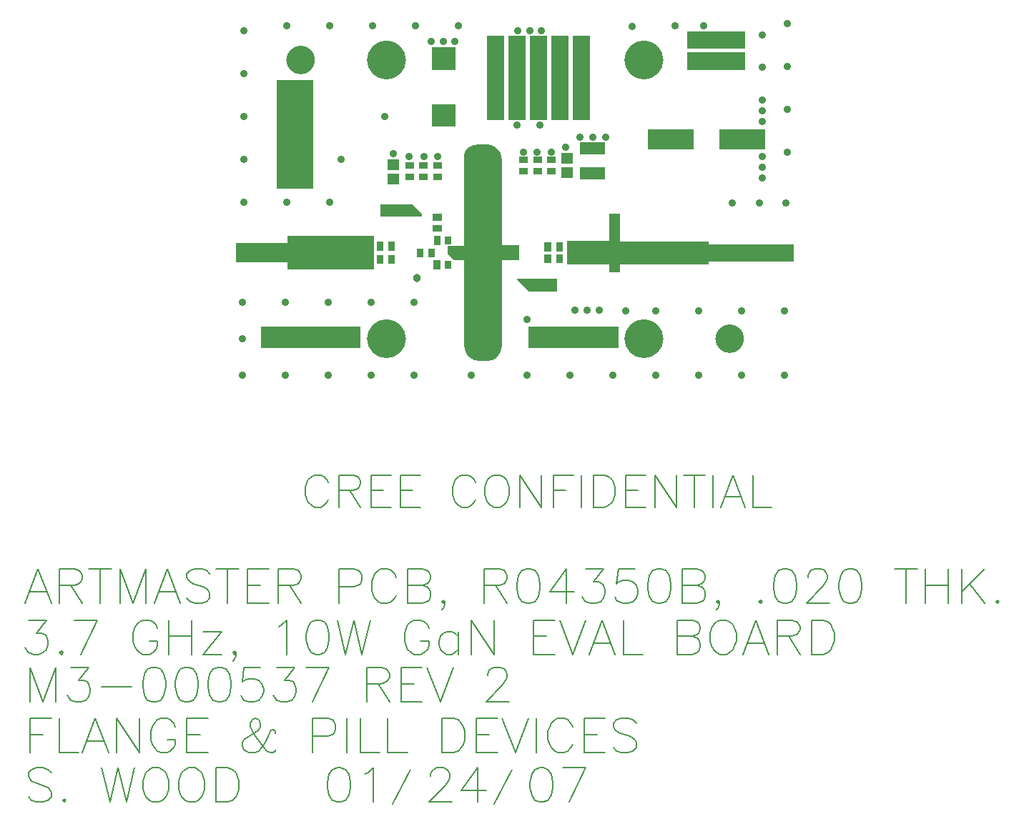
<source format=gbr>
*G04 Output by CAMMaster V9.6.1  PentaLogix LLC*
*G04 Thu Feb 01 18:10:08 2007*
*%FSLAX44Y44*%
%MOIN*%
%IPPOS*%
%ADD10C,0.036*%
%ADD11C,0.038*%
%ADD14C,0.006*%

%LPD*%
G36*G1X21023Y14542D2*X23704D1*Y15372*X21023*Y14542*G37*G36*G1X23704Y15532D2*Y16332D1*X21023*Y15532*X23704*G37*G36*G1X22510Y10840D2*X24650D1*Y11780*X22510*Y10840*G37*G36*G1X16010Y9440D2*X17170D1*Y10010*X16010*Y9440*G37*G36*G1X15670Y9510D2*Y10010D1*X15140*Y9510*X15670*G37*G36*G1X14248Y10194D2*Y10514D1*X13838*Y10194*X14248*G37*G36*G1X14478Y10194D2*X14888D1*Y10514*X14478*Y10194*G37*G36*G1X14248Y9654D2*Y9974D1*X13838*Y9654*X14248*G37*G36*G1X14478Y9654D2*X14888D1*Y9974*X14478*Y9654*G37*G36*G1X13588Y9654D2*Y9974D1*X13178*Y9654*X13588*G37*G36*G1X13588Y10194D2*Y10514D1*X13178*Y10194*X13588*G37*G36*G1X16010Y10590D2*X17170D1*Y11160*X16010*Y10590*G37*G36*G1X15140Y10680D2*Y10180D1*X15670*Y10680*X15140*G37*G36*G1X19200Y10840D2*X21320D1*Y11780*X19200*Y10840*G37*G36*G1X15678Y12213D2*X16478D1*Y16124*X15678*Y12213*G37*G36*G1X14688Y12213D2*X15488D1*Y16124*X14688*Y12213*G37*G36*G1X13688Y12213D2*X14488D1*Y16124*X13688*Y12213*G37*G75*G36*G1X19910Y15000D2*G3X19000Y15910I-910J0D1*X18090Y15000I0J-910*X19000Y14090I910J0*X19910Y15000I0J910*G37*G36*G1X23670Y2000D2*G3X23000Y2670I-670J0D1*X22330Y2000I0J-670*X23000Y1330I670J0*X23670Y2000I0J670*G37*G36*G1X13630Y1570D2*X17810D1*Y2570*X13630*Y1570*G37*G36*G1X14905Y6487D2*Y6077D1*X15225*Y6487*X14905*G37*G36*G1X14905Y5537D2*X15225D1*Y5947*X14905*Y5537*G37*G36*G1X14365Y5947D2*Y5537D1*X14685*Y5947*X14365*G37*G36*G1X14365Y6077D2*X14685D1*Y6487*X14365*Y6077*G37*G36*G1X15430Y5450D2*X17400D1*Y5100*X17900*Y5480*X22010*Y5600*X25980*Y6410*X22010*Y6540*X17900*Y7820*X17400*Y6570*X15430*Y5450*G37*G36*G1X13080Y4750D2*X13630Y4210D1*X14940*Y4810*X13080*Y4750*G37*G36*G1X19910Y2000D2*G3X19000Y2910I-910J0D1*X18090Y2000I0J-910*X19000Y1090I910J0*X19910Y2000I0J910*G37*G36*G1X9840Y5960D2*X10130Y5670D1*X10610*Y6330*X9840*Y5960*G37*G36*G1X9265Y6213D2*X8945D1*Y5803*X9265*Y6213*G37*G36*G1X8725Y6213D2*X8405D1*Y5803*X8725*Y6213*G37*G36*G1X9515Y5243D2*Y5653D1*X9195*Y5243*X9515*G37*G36*G1X9705Y5263D2*X10025D1*Y5623*X9705*Y5263*G37*G36*G1X6855Y5913D2*X6535D1*Y5503*X6855*Y5913*G37*G36*G1X7075Y5503D2*X7395D1*Y5913*X7075*Y5503*G37*G36*G1X6855Y6523D2*X6535D1*Y6113*X6855*Y6523*G37*G36*G1X7075Y6113D2*X7395D1*Y6523*X7075*Y6113*G37*G36*G1X9578Y7514D2*Y7834D1*X9168*Y7514*X9578*G37*G36*G1X9578Y6994D2*Y7314D1*X9168*Y6994*X9578*G37*G36*G1X9525Y6783D2*X9205D1*Y6373*X9525*Y6783*G37*G36*G1X9705Y6393D2*X10025D1*Y6763*X9705*Y6393*G37*G36*G1X6720Y7690D2*X8640D1*Y7820*X8180Y8280*X6720*Y7690*G37*G36*G1X1140Y1570D2*X5770D1*Y2570*X1140*Y1570*G37*G36*G1X2370Y6800D2*Y6460D1*X0*Y5560*X2370*Y5220*X6420*Y6800*X2370*G37*G36*G1X7910Y2000D2*G3X7000Y2910I-910J0D1*X6090Y2000I0J-910*X7000Y1090I910J0*X7910Y2000I0J910*G37*G36*G1X9109Y14534D2*X10209D1*Y15584*X9109*Y14534*G37*G36*G1X9598Y9924D2*Y10244D1*X9188*Y9924*X9598*G37*G36*G1X8518Y10244D2*Y9924D1*X8928*Y10244*X8518*G37*G36*G1X9598Y9384D2*Y9704D1*X9188*Y9384*X9598*G37*G36*G1X8928Y9384D2*Y9704D1*X8518*Y9384*X8928*G37*G36*G1X7888Y9704D2*Y9384D1*X8298*Y9704*X7888*G37*G36*G1X7888Y9924D2*X8298D1*Y10244*X7888*Y9924*G37*G36*G1X7057Y9699D2*Y9199D1*X7587*Y9699*X7057*G37*G36*G1X7057Y10369D2*Y9869D1*X7587*Y10369*X7057*G37*G36*G1X3670Y15000D2*G3X3000Y15670I-670J0D1*X2330Y15000I0J-670*X3000Y14330I670J0*X3670Y15000I0J670*G37*G36*G1X12488Y12213D2*Y16124D1*X11688*Y12213*X12488*G37*G36*G1X9109Y11884D2*X10209D1*Y12934*X9109*Y11884*G37*G36*G1X1880Y9010D2*X3590D1*Y14080*X1880*Y9010*G37*G36*G1X7910Y15000D2*G3X7000Y15910I-910J0D1*X6090Y15000I0J-910*X7000Y14090I910J0*X7910Y15000I0J910*G37*G36*G1X12380Y5650D2*X13190D1*Y6380*X12380*Y5650*G37*G36*G1X13478Y12213D2*Y16124D1*X12678*Y12213*X13478*G37*G36*G1X10620Y10580D2*X10630Y1630D1*X10640Y1580*X10660Y1490*X10710Y1340*X10830Y1150*X10980Y1060*X11100Y1010*X11340Y960*X11640*X11960Y1010*X12180Y1150*X12330Y1410*X12380Y1650*Y10370*X12360Y10460*X12310Y10660*X12220Y10810*X12080Y10940*X11900Y11020*X11670Y11070*X11280*X11040Y11020*X10840Y10940*X10700Y10800*X10620Y10580*G37*D14*G1X12704Y-14928D2*X11638D1*X12400Y-14166*X12552Y-13938*X12628Y-13785*Y-13633*X12552Y-13480*X12476Y-13404*X12324Y-13328*X12019*X11866Y-13404*X11790Y-13480*X11714Y-13633*Y-13709*X10114Y-13328D2*X9504Y-14928D1*X8895Y-13328*X7676Y-14928D2*X8666D1*X7676Y-14090D2*X8285D1*X8666Y-13328D2*X7676D1*Y-14928*X6609Y-14090D2*X7142Y-14928D1*X6076Y-14090D2*X6762D1*X6990Y-14014*X7066Y-13938*X7142Y-13785*Y-13633*X7066Y-13480*X6990Y-13404*X6762Y-13328*X6076*Y-14928*X3257Y-13328D2*X4324D1*X3562Y-14928*X1733Y-14623D2*X1809Y-14776D1*X1885Y-14852*X2114Y-14928*X2342*X2571Y-14852*X2724Y-14699*X2800Y-14471*Y-14318*X2724Y-14090*X2647Y-14014*X2495Y-13938*X2266*X2724Y-13328*X1885*X209Y-14623D2*X285Y-14776D1*X362Y-14852*X590Y-14928*X819*X1047Y-14852*X1200Y-14699*X1276Y-14471*Y-14318*X1200Y-14090*X1047Y-13938*X819Y-13861*X590*X362Y-13938*X285Y-14014*X362Y-13328*X1124*X-858D2*X-705D1*X-476Y-13404*X-324Y-13633*X-248Y-14014*Y-14242*X-324Y-14623*X-476Y-14852*X-705Y-14928*X-858*X-1086Y-14852*X-1238Y-14623*X-1315Y-14242*Y-14014*X-1238Y-13633*X-1086Y-13404*X-858Y-13328*X-2381D2*X-2229D1*X-2000Y-13404*X-1848Y-13633*X-1772Y-14014*Y-14242*X-1848Y-14623*X-2000Y-14852*X-2229Y-14928*X-2381*X-2610Y-14852*X-2762Y-14623*X-2838Y-14242*Y-14014*X-2762Y-13633*X-2610Y-13404*X-2381Y-13328*X-3905D2*X-3753D1*X-3524Y-13404*X-3372Y-13633*X-3296Y-14014*Y-14242*X-3372Y-14623*X-3524Y-14852*X-3753Y-14928*X-3905*X-4134Y-14852*X-4286Y-14623*X-4362Y-14242*Y-14014*X-4286Y-13633*X-4134Y-13404*X-3905Y-13328*X-6267Y-14242D2*X-4896D1*X-7867Y-14623D2*X-7791Y-14776D1*X-7715Y-14852*X-7486Y-14928*X-7257*X-7029Y-14852*X-6876Y-14699*X-6800Y-14471*Y-14318*X-6876Y-14090*X-6953Y-14014*X-7105Y-13938*X-7334*X-6876Y-13328*X-7715*X-8400Y-14928D2*Y-13328D1*X-9010Y-14928*X-9619Y-13328*Y-14928*X17581Y-17077D2*X17733Y-17229D1*X17962Y-17305*X18266*X18495Y-17229*X18647Y-17077*Y-16848*X18571Y-16696*X18495Y-16620*X18342Y-16544*X17885Y-16391*X17733Y-16315*X17657Y-16239*X17581Y-16086*Y-15934*X17733Y-15782*X17962Y-15705*X18266*X18495Y-15782*X18647Y-15934*X16209Y-17305D2*X17200D1*X16209Y-16467D2*X16819D1*X17200Y-15705D2*X16209D1*Y-17305*X15676Y-16924D2*X15600Y-17077D1*X15447Y-17229*X15295Y-17305*X14990*X14838Y-17229*X14685Y-17077*X14609Y-16924*X14533Y-16696*Y-16315*X14609Y-16086*X14685Y-15934*X14838Y-15782*X14990Y-15705*X15295*X15447Y-15782*X15600Y-15934*X15676Y-16086*X14000Y-15705D2*Y-17305D1*X13619Y-15705D2*X13009Y-17305D1*X12400Y-15705*X11181Y-17305D2*X12171D1*X11181Y-16467D2*X11790D1*X12171Y-15705D2*X11181D1*Y-17305*X9581D2*X10114D1*X10342Y-17229*X10495Y-17077*X10571Y-16924*X10647Y-16696*Y-16315*X10571Y-16086*X10495Y-15934*X10342Y-15782*X10114Y-15705*X9581*Y-17305*X7981D2*X7066D1*Y-15705*X6685Y-17305D2*X5771D1*Y-15705*X5162D2*Y-17305D1*X3562Y-16544D2*X4247D1*X4476Y-16467*X4552Y-16391*X4628Y-16239*Y-16010*X4552Y-15858*X4476Y-15782*X4247Y-15705*X3562*Y-17305*X1809Y-17153D2*Y-17229D1*X1733Y-17305*X1581*X1428Y-17229*X1276Y-17077*X895Y-16544*X742Y-16315*X666Y-16086*Y-15934*X742Y-15782*X895Y-15705*X1047Y-15782*X1124Y-15934*Y-16086*X1047Y-16239*X971Y-16315*X438Y-16620*X362Y-16696*X285Y-16848*Y-17001*X362Y-17153*X438Y-17229*X590Y-17305*X895*X1047Y-17229*X1200Y-17077*X1352Y-16848*X1504Y-16467*X1581Y-16315*X1657Y-16239*X1733*X1809Y-16315*Y-16391*X-2305Y-17305D2*X-1315D1*X-2305Y-16467D2*X-1696D1*X-1315Y-15705D2*X-2305D1*Y-17305*X-3219Y-16696D2*X-2838D1*Y-16924*X-2915Y-17077*X-3067Y-17229*X-3219Y-17305*X-3524*X-3676Y-17229*X-3829Y-17077*X-3905Y-16924*X-3981Y-16696*Y-16315*X-3905Y-16086*X-3829Y-15934*X-3676Y-15782*X-3524Y-15705*X-3219*X-3067Y-15782*X-2915Y-15934*X-2838Y-16086*X-4515Y-15705D2*Y-17305D1*X-5581Y-15705*Y-17305*X-6953Y-16772D2*X-6191D1*X-5962Y-17305D2*X-6572Y-15705D1*X-7181Y-17305*X-7334D2*X-8248D1*Y-15705*X-9619Y-16467D2*X-9010D1*X-8629Y-15705D2*X-9619D1*Y-17305*X15219Y-18013D2*X16285D1*X15524Y-19613*X14152Y-18013D2*X14304D1*X14533Y-18089*X14685Y-18317*X14762Y-18698*Y-18927*X14685Y-19308*X14533Y-19536*X14304Y-19613*X14152*X13924Y-19536*X13771Y-19308*X13695Y-18927*Y-18698*X13771Y-18317*X13924Y-18089*X14152Y-18013*X12857Y-18089D2*X12019Y-19689D1*X11257Y-18013D2*Y-19613D1*X11638Y-19079D2*X10495D1*X11257Y-18013*X10038Y-19613D2*X8971D1*X9733Y-18851*X9885Y-18622*X9962Y-18470*Y-18317*X9885Y-18165*X9809Y-18089*X9657Y-18013*X9352*X9200Y-18089*X9124Y-18165*X9047Y-18317*Y-18394*X8133Y-18089D2*X7295Y-19689D1*X6381Y-19613D2*Y-18013D1*X6152Y-18241*X6000Y-18317*X4704Y-18013D2*X4857D1*X5085Y-18089*X5238Y-18317*X5314Y-18698*Y-18927*X5238Y-19308*X5085Y-19536*X4857Y-19613*X4704*X4476Y-19536*X4324Y-19308*X4247Y-18927*Y-18698*X4324Y-18317*X4476Y-18089*X4704Y-18013*X-934Y-19613D2*X-400D1*X-172Y-19536*X-19Y-19384*X57Y-19232*X133Y-19003*Y-18622*X57Y-18394*X-19Y-18241*X-172Y-18089*X-400Y-18013*X-934*Y-19613*X-2229Y-18013D2*X-1924D1*X-1772Y-18089*X-1619Y-18241*X-1543Y-18394*X-1467Y-18622*Y-19003*X-1543Y-19232*X-1619Y-19384*X-1772Y-19536*X-1924Y-19613*X-2229*X-2381Y-19536*X-2534Y-19384*X-2610Y-19232*X-2686Y-19003*Y-18622*X-2610Y-18394*X-2534Y-18241*X-2381Y-18089*X-2229Y-18013*X-3905D2*X-3600D1*X-3448Y-18089*X-3296Y-18241*X-3219Y-18394*X-3143Y-18622*Y-19003*X-3219Y-19232*X-3296Y-19384*X-3448Y-19536*X-3600Y-19613*X-3905*X-4058Y-19536*X-4210Y-19384*X-4286Y-19232*X-4362Y-19003*Y-18622*X-4286Y-18394*X-4210Y-18241*X-4058Y-18089*X-3905Y-18013*X-4743D2*X-5124Y-19613D1*X-5505Y-18013*X-5886Y-19613*X-6267Y-18013*X-8019Y-19460D2*X-7943Y-19536D1*X-8019Y-19613*X-8096Y-19536*X-8019Y-19460*X-9696Y-19384D2*X-9543Y-19536D1*X-9315Y-19613*X-9010*X-8781Y-19536*X-8629Y-19384*Y-19156*X-8705Y-19003*X-8781Y-18927*X-8934Y-18851*X-9391Y-18698*X-9543Y-18622*X-9619Y-18546*X-9696Y-18394*Y-18241*X-9543Y-18089*X-9315Y-18013*X-9010*X-8781Y-18089*X-8629Y-18241*X24935Y-5852D2*X24078D1*Y-4352*X22792Y-5352D2*X23506D1*X23720Y-5852D2*X23149Y-4352D1*X22578Y-5852*X22220Y-4352D2*Y-5852D1*X20863Y-4352D2*X21863D1*X21363D2*Y-5852D1*X20506Y-4352D2*Y-5852D1*X19506Y-4352*Y-5852*X18149D2*X19078D1*X18149Y-5066D2*X18720D1*X19078Y-4352D2*X18149D1*Y-5852*X16649D2*X17149D1*X17363Y-5780*X17506Y-5637*X17578Y-5495*X17649Y-5280*Y-4923*X17578Y-4709*X17506Y-4566*X17363Y-4423*X17149Y-4352*X16649*Y-5852*X16078Y-4352D2*Y-5852D1*X14792Y-5066D2*X15363D1*X15720Y-4352D2*X14792D1*Y-5852*X14220Y-4352D2*Y-5852D1*X13220Y-4352*Y-5852*X12006Y-4352D2*X12292D1*X12435Y-4423*X12578Y-4566*X12649Y-4709*X12720Y-4923*Y-5280*X12649Y-5495*X12578Y-5637*X12435Y-5780*X12292Y-5852*X12006*X11863Y-5780*X11720Y-5637*X11649Y-5495*X11578Y-5280*Y-4923*X11649Y-4709*X11720Y-4566*X11863Y-4423*X12006Y-4352*X11149Y-5495D2*X11078Y-5637D1*X10935Y-5780*X10792Y-5852*X10506*X10363Y-5780*X10220Y-5637*X10149Y-5495*X10078Y-5280*Y-4923*X10149Y-4709*X10220Y-4566*X10363Y-4423*X10506Y-4352*X10792*X10935Y-4423*X11078Y-4566*X11149Y-4709*X7649Y-5852D2*X8578D1*X7649Y-5066D2*X8220D1*X8578Y-4352D2*X7649D1*Y-5852*X6292D2*X7220D1*X6292Y-5066D2*X6863D1*X7220Y-4352D2*X6292D1*Y-5852*X5292Y-5066D2*X5792Y-5852D1*X4792Y-5066D2*X5435D1*X5649Y-4995*X5720Y-4923*X5792Y-4780*Y-4637*X5720Y-4495*X5649Y-4423*X5435Y-4352*X4792*Y-5852*X4292Y-5495D2*X4220Y-5637D1*X4078Y-5780*X3935Y-5852*X3649*X3506Y-5780*X3363Y-5637*X3292Y-5495*X3220Y-5280*Y-4923*X3292Y-4709*X3363Y-4566*X3506Y-4423*X3649Y-4352*X3935*X4078Y-4423*X4220Y-4566*X4292Y-4709*X35485Y-10188D2*X35562Y-10264D1*X35485Y-10340*X35409Y-10264*X35485Y-10188*X34190Y-9426D2*X34876Y-10340D1*Y-8740D2*X33809Y-9807D1*Y-8740D2*Y-10340D1*X32133Y-9502D2*X33200D1*Y-8740D2*Y-10340D1*X32133Y-8740D2*Y-10340D1*X30685Y-8740D2*X31752D1*X31219D2*Y-10340D1*X28552Y-8740D2*X28704D1*X28933Y-8816*X29085Y-9045*X29162Y-9426*Y-9654*X29085Y-10035*X28933Y-10264*X28704Y-10340*X28552*X28324Y-10264*X28171Y-10035*X28095Y-9654*Y-9426*X28171Y-9045*X28324Y-8816*X28552Y-8740*X27638Y-10340D2*X26571D1*X27333Y-9578*X27485Y-9349*X27562Y-9197*Y-9045*X27485Y-8892*X27409Y-8816*X27257Y-8740*X26952*X26800Y-8816*X26724Y-8892*X26647Y-9045*Y-9121*X25504Y-8740D2*X25657D1*X25885Y-8816*X26038Y-9045*X26114Y-9426*Y-9654*X26038Y-10035*X25885Y-10264*X25657Y-10340*X25504*X25276Y-10264*X25124Y-10035*X25047Y-9654*Y-9426*X25124Y-9045*X25276Y-8816*X25504Y-8740*X24438Y-10188D2*X24514Y-10264D1*X24438Y-10340*X24362Y-10264*X24438Y-10188*X22381Y-10645D2*X22457Y-10568D1*X22533Y-10416*Y-10264*X22457Y-10188*X22381Y-10264*X22457Y-10340*X22533Y-10264*X20781Y-10340D2*X21466D1*X21695Y-10264*X21771Y-10188*X21847Y-10035*Y-9807*X21771Y-9654*X21695Y-9578*X21466Y-9502*X20781*X21466D2*X21695Y-9426D1*X21771Y-9349*X21847Y-9197*Y-9045*X21771Y-8892*X21695Y-8816*X21466Y-8740*X20781*Y-10340*X19638Y-8740D2*X19790D1*X20019Y-8816*X20171Y-9045*X20247Y-9426*Y-9654*X20171Y-10035*X20019Y-10264*X19790Y-10340*X19638*X19409Y-10264*X19257Y-10035*X19181Y-9654*Y-9426*X19257Y-9045*X19409Y-8816*X19638Y-8740*X17657Y-10035D2*X17733Y-10188D1*X17809Y-10264*X18038Y-10340*X18266*X18495Y-10264*X18647Y-10111*X18724Y-9883*Y-9730*X18647Y-9502*X18495Y-9349*X18266Y-9273*X18038*X17809Y-9349*X17733Y-9426*X17809Y-8740*X18571*X16133Y-10035D2*X16209Y-10188D1*X16285Y-10264*X16514Y-10340*X16742*X16971Y-10264*X17124Y-10111*X17200Y-9883*Y-9730*X17124Y-9502*X17047Y-9426*X16895Y-9349*X16666*X17124Y-8740*X16285*X15371D2*Y-10340D1*X15752Y-9807D2*X14609D1*X15371Y-8740*X13542D2*X13695D1*X13924Y-8816*X14076Y-9045*X14152Y-9426*Y-9654*X14076Y-10035*X13924Y-10264*X13695Y-10340*X13542*X13314Y-10264*X13162Y-10035*X13085Y-9654*Y-9426*X13162Y-9045*X13314Y-8816*X13542Y-8740*X12095Y-9502D2*X12628Y-10340D1*X11562Y-9502D2*X12247D1*X12476Y-9426*X12552Y-9349*X12628Y-9197*Y-9045*X12552Y-8892*X12476Y-8816*X12247Y-8740*X11562*Y-10340*X9581Y-10645D2*X9657Y-10568D1*X9733Y-10416*Y-10264*X9657Y-10188*X9581Y-10264*X9657Y-10340*X9733Y-10264*X7981Y-10340D2*X8666D1*X8895Y-10264*X8971Y-10188*X9047Y-10035*Y-9807*X8971Y-9654*X8895Y-9578*X8666Y-9502*X7981*X8666D2*X8895Y-9426D1*X8971Y-9349*X9047Y-9197*Y-9045*X8971Y-8892*X8895Y-8816*X8666Y-8740*X7981*Y-10340*X7447Y-9959D2*X7371Y-10111D1*X7219Y-10264*X7066Y-10340*X6762*X6609Y-10264*X6457Y-10111*X6381Y-9959*X6304Y-9730*Y-9349*X6381Y-9121*X6457Y-8968*X6609Y-8816*X6762Y-8740*X7066*X7219Y-8816*X7371Y-8968*X7447Y-9121*X4781Y-9578D2*X5466D1*X5695Y-9502*X5771Y-9426*X5847Y-9273*Y-9045*X5771Y-8892*X5695Y-8816*X5466Y-8740*X4781*Y-10340*X2495Y-9502D2*X3028Y-10340D1*X1962Y-9502D2*X2647D1*X2876Y-9426*X2952Y-9349*X3028Y-9197*Y-9045*X2952Y-8892*X2876Y-8816*X2647Y-8740*X1962*Y-10340*X514D2*X1504D1*X514Y-9502D2*X1124D1*X1504Y-8740D2*X514D1*Y-10340*X-934Y-8740D2*X133D1*X-400D2*Y-10340D1*X-2305Y-10111D2*X-2153Y-10264D1*X-1924Y-10340*X-1619*X-1391Y-10264*X-1238Y-10111*Y-9883*X-1315Y-9730*X-1391Y-9654*X-1543Y-9578*X-2000Y-9426*X-2153Y-9349*X-2229Y-9273*X-2305Y-9121*Y-8968*X-2153Y-8816*X-1924Y-8740*X-1619*X-1391Y-8816*X-1238Y-8968*X-3600Y-9807D2*X-2838D1*X-2610Y-10340D2*X-3219Y-8740D1*X-3829Y-10340*X-4210D2*Y-8740D1*X-4819Y-10340*X-5429Y-8740*Y-10340*X-6876Y-8740D2*X-5810D1*X-6343D2*Y-10340D1*X-7715Y-9502D2*X-7181Y-10340D1*X-8248Y-9502D2*X-7562D1*X-7334Y-9426*X-7258Y-9349*X-7181Y-9197*Y-9045*X-7258Y-8892*X-7334Y-8816*X-7562Y-8740*X-8248*Y-10340*X-9619Y-9807D2*X-8857D1*X-8629Y-10340D2*X-9238Y-8740D1*X-9848Y-10340*X26808Y-12721D2*X27341D1*X27570Y-12645*X27722Y-12493*X27798Y-12340*X27874Y-12112*Y-11731*X27798Y-11502*X27722Y-11350*X27570Y-11197*X27341Y-11121*X26808*Y-12721*X25741Y-11883D2*X26274Y-12721D1*X25208Y-11883D2*X25893D1*X26122Y-11807*X26198Y-11731*X26274Y-11578*Y-11426*X26198Y-11274*X26122Y-11197*X25893Y-11121*X25208*Y-12721*X23836Y-12188D2*X24598D1*X24827Y-12721D2*X24217Y-11121D1*X23608Y-12721*X22541Y-11121D2*X22846D1*X22998Y-11197*X23150Y-11350*X23227Y-11502*X23303Y-11731*Y-12112*X23227Y-12340*X23150Y-12493*X22998Y-12645*X22846Y-12721*X22541*X22389Y-12645*X22236Y-12493*X22160Y-12340*X22084Y-12112*Y-11731*X22160Y-11502*X22236Y-11350*X22389Y-11197*X22541Y-11121*X20560Y-12721D2*X21246D1*X21474Y-12645*X21550Y-12569*X21627Y-12416*Y-12188*X21550Y-12036*X21474Y-11959*X21246Y-11883*X20560*X21246D2*X21474Y-11807D1*X21550Y-11731*X21627Y-11578*Y-11426*X21550Y-11274*X21474Y-11197*X21246Y-11121*X20560*Y-12721*X18960D2*X18046D1*Y-11121*X16674Y-12188D2*X17436D1*X17665Y-12721D2*X17055Y-11121D1*X16446Y-12721*X16293Y-11121D2*X15684Y-12721D1*X15074Y-11121*X13855Y-12721D2*X14846D1*X13855Y-11883D2*X14465D1*X14846Y-11121D2*X13855D1*Y-12721*X12027Y-11121D2*Y-12721D1*X10960Y-11121*Y-12721*X10350Y-12493D2*X10198Y-12645D1*X10046Y-12721*X9817*X9665Y-12645*X9512Y-12493*X9436Y-12264*Y-12112*X9512Y-11883*X9665Y-11731*X9817Y-11654*X10046*X10198Y-11731*X10350Y-11883*Y-11654D2*Y-12721D1*X8598Y-12112D2*X8979D1*Y-12340*X8903Y-12493*X8750Y-12645*X8598Y-12721*X8293*X8141Y-12645*X7989Y-12493*X7912Y-12340*X7836Y-12112*Y-11731*X7912Y-11502*X7989Y-11350*X8141Y-11197*X8293Y-11121*X8598*X8750Y-11197*X8903Y-11350*X8979Y-11502*X6236Y-11121D2*X5855Y-12721D1*X5474Y-11121*X5093Y-12721*X4712Y-11121*X3722D2*X3874D1*X4103Y-11197*X4255Y-11426*X4331Y-11807*Y-12036*X4255Y-12416*X4103Y-12645*X3874Y-12721*X3722*X3493Y-12645*X3341Y-12416*X3265Y-12036*Y-11807*X3341Y-11426*X3493Y-11197*X3722Y-11121*X2350Y-12721D2*Y-11121D1*X2122Y-11350*X1970Y-11426*X-164Y-13026D2*X-88Y-12950D1*X-11Y-12797*Y-12645*X-88Y-12569*X-164Y-12645*X-88Y-12721*X-11Y-12645*X-1535Y-12721D2*X-697D1*X-1535Y-11654D2*X-697D1*X-1535Y-12721*X-3135Y-11883D2*X-2069D1*Y-11121D2*Y-12721D1*X-3135Y-11121D2*Y-12721D1*X-4050Y-12112D2*X-3669D1*Y-12340*X-3745Y-12493*X-3897Y-12645*X-4050Y-12721*X-4354*X-4507Y-12645*X-4659Y-12493*X-4735Y-12340*X-4811Y-12112*Y-11731*X-4735Y-11502*X-4659Y-11350*X-4507Y-11197*X-4354Y-11121*X-4050*X-3897Y-11197*X-3745Y-11350*X-3669Y-11502*X-7554Y-11121D2*X-6488D1*X-7250Y-12721*X-8164Y-12569D2*X-8088Y-12645D1*X-8164Y-12721*X-8240Y-12645*X-8164Y-12569*X-9840Y-12416D2*X-9764Y-12569D1*X-9688Y-12645*X-9459Y-12721*X-9230*X-9002Y-12645*X-8850Y-12493*X-8773Y-12264*Y-12112*X-8850Y-11883*X-8926Y-11807*X-9078Y-11731*X-9307*X-8850Y-11121*X-9688*D10*X24530Y16150D3*X21800Y16610D3*X24530Y12120D3*Y12620D3*Y13120D3*Y14650D3*X25700Y12700D3*Y16700D3*Y14700D3*X20440Y16610D3*X18440Y16560D3*X13130Y16380D3*X13680D3*X14220D3*X13090Y11960D3*X14150D3*X24530Y10010D3*Y10510D3*X24380Y8340D3*X24530Y9510D3*X23130Y8340D3*X25630D3*X25700Y10700D3*X25550Y3300D3*X21550D3*X23550D3*Y300D3*X21550D3*X25550D3*X14670Y10710D3*X15360Y10920D3*X13370Y10710D3*X14020D3*X19550Y3300D3*X18150D3*X16930Y3320D3*X17550Y310D3*X19550Y300D3*X15770Y3320D3*X13550Y2900D3*Y300D3*X15550D3*X16350Y3320D3*X16010Y11400D3*X17220D3*X16620D3*X10190Y15850D3*X9650D3*X10350Y16610D3*X9100Y15850D3*X8350Y16610D3*X6350D3*X4350D3*X6910Y12380D3*X350Y16380D3*Y14380D3*Y12380D3*X2350Y16610D3*X8740Y10490D3*X7320Y10620D3*X8060Y10490D3*X9390D3*X4350Y8380D3*X4870Y10380D3*X8300Y3700D3*Y300D3*X10950D3*X6300Y3700D3*X4300D3*Y300D3*X6300D3*X350Y10380D3*Y8380D3*X300Y3700D3*Y2000D3*Y300D3*X2300D3*Y3700D3*X2350Y8380D3*D11*X8420Y4820D3*X0Y0D2*M02*
</source>
